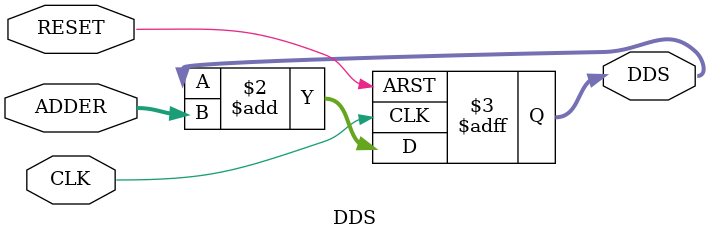
<source format=v>
module DDS( 
    input wire CLK,
    input wire RESET,
    input wire [31:0] ADDER,
    output reg [31:0]  DDS 
);

  always@(posedge CLK or posedge RESET) begin
    if(RESET)
      DDS <= 0;
    else
      DDS <= DDS + ADDER;
  end

endmodule

</source>
